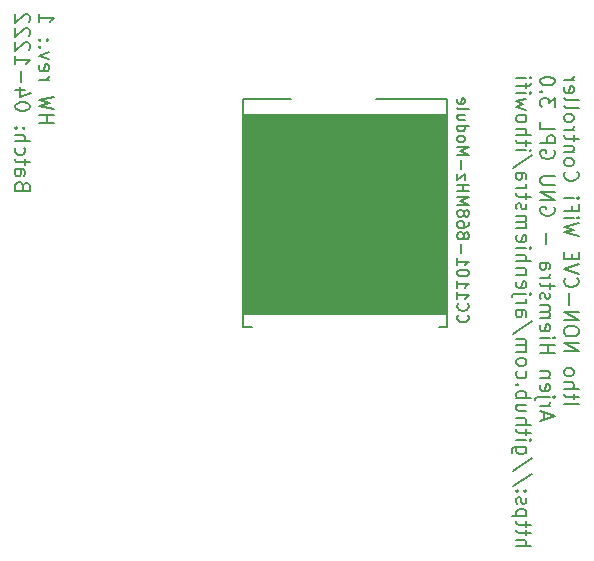
<source format=gbo>
G04 #@! TF.GenerationSoftware,KiCad,Pcbnew,(6.0.1-0)*
G04 #@! TF.CreationDate,2022-03-22T23:13:11+01:00*
G04 #@! TF.ProjectId,ithowifi_4l,6974686f-7769-4666-995f-346c2e6b6963,rev?*
G04 #@! TF.SameCoordinates,Original*
G04 #@! TF.FileFunction,Legend,Bot*
G04 #@! TF.FilePolarity,Positive*
%FSLAX46Y46*%
G04 Gerber Fmt 4.6, Leading zero omitted, Abs format (unit mm)*
G04 Created by KiCad (PCBNEW (6.0.1-0)) date 2022-03-22 23:13:11*
%MOMM*%
%LPD*%
G01*
G04 APERTURE LIST*
%ADD10C,0.100000*%
%ADD11C,0.200000*%
%ADD12C,0.150000*%
G04 APERTURE END LIST*
D10*
X103202000Y-135417558D02*
X85955400Y-135417558D01*
X85955400Y-135417558D02*
X85930000Y-118450358D01*
X85930000Y-118450358D02*
X103202000Y-118450358D01*
X103202000Y-118450358D02*
X103202000Y-135417558D01*
G36*
X103202000Y-135417558D02*
G01*
X85955400Y-135417558D01*
X85930000Y-118450358D01*
X103202000Y-118450358D01*
X103202000Y-135417558D01*
G37*
X103202000Y-135417558D02*
X85955400Y-135417558D01*
X85930000Y-118450358D01*
X103202000Y-118450358D01*
X103202000Y-135417558D01*
D11*
X113075393Y-143011000D02*
X114321393Y-143011000D01*
X113906060Y-142595666D02*
X113906060Y-142121000D01*
X114321393Y-142417666D02*
X113253393Y-142417666D01*
X113134726Y-142358333D01*
X113075393Y-142239666D01*
X113075393Y-142121000D01*
X113075393Y-141705666D02*
X114321393Y-141705666D01*
X113075393Y-141171666D02*
X113728060Y-141171666D01*
X113846726Y-141231000D01*
X113906060Y-141349666D01*
X113906060Y-141527666D01*
X113846726Y-141646333D01*
X113787393Y-141705666D01*
X113075393Y-140400333D02*
X113134726Y-140519000D01*
X113194060Y-140578333D01*
X113312726Y-140637666D01*
X113668726Y-140637666D01*
X113787393Y-140578333D01*
X113846726Y-140519000D01*
X113906060Y-140400333D01*
X113906060Y-140222333D01*
X113846726Y-140103666D01*
X113787393Y-140044333D01*
X113668726Y-139985000D01*
X113312726Y-139985000D01*
X113194060Y-140044333D01*
X113134726Y-140103666D01*
X113075393Y-140222333D01*
X113075393Y-140400333D01*
X113075393Y-138501666D02*
X114321393Y-138501666D01*
X113075393Y-137789666D01*
X114321393Y-137789666D01*
X114321393Y-136959000D02*
X114321393Y-136721666D01*
X114262060Y-136603000D01*
X114143393Y-136484333D01*
X113906060Y-136425000D01*
X113490726Y-136425000D01*
X113253393Y-136484333D01*
X113134726Y-136603000D01*
X113075393Y-136721666D01*
X113075393Y-136959000D01*
X113134726Y-137077666D01*
X113253393Y-137196333D01*
X113490726Y-137255666D01*
X113906060Y-137255666D01*
X114143393Y-137196333D01*
X114262060Y-137077666D01*
X114321393Y-136959000D01*
X113075393Y-135891000D02*
X114321393Y-135891000D01*
X113075393Y-135179000D01*
X114321393Y-135179000D01*
X113550060Y-134585666D02*
X113550060Y-133636333D01*
X113194060Y-132331000D02*
X113134726Y-132390333D01*
X113075393Y-132568333D01*
X113075393Y-132687000D01*
X113134726Y-132865000D01*
X113253393Y-132983666D01*
X113372060Y-133043000D01*
X113609393Y-133102333D01*
X113787393Y-133102333D01*
X114024726Y-133043000D01*
X114143393Y-132983666D01*
X114262060Y-132865000D01*
X114321393Y-132687000D01*
X114321393Y-132568333D01*
X114262060Y-132390333D01*
X114202726Y-132331000D01*
X114321393Y-131975000D02*
X113075393Y-131559666D01*
X114321393Y-131144333D01*
X113728060Y-130729000D02*
X113728060Y-130313666D01*
X113075393Y-130135666D02*
X113075393Y-130729000D01*
X114321393Y-130729000D01*
X114321393Y-130135666D01*
X114321393Y-128771000D02*
X113075393Y-128474333D01*
X113965393Y-128237000D01*
X113075393Y-127999666D01*
X114321393Y-127703000D01*
X113075393Y-127228333D02*
X113906060Y-127228333D01*
X114321393Y-127228333D02*
X114262060Y-127287666D01*
X114202726Y-127228333D01*
X114262060Y-127169000D01*
X114321393Y-127228333D01*
X114202726Y-127228333D01*
X113728060Y-126219666D02*
X113728060Y-126635000D01*
X113075393Y-126635000D02*
X114321393Y-126635000D01*
X114321393Y-126041666D01*
X113075393Y-125567000D02*
X113906060Y-125567000D01*
X114321393Y-125567000D02*
X114262060Y-125626333D01*
X114202726Y-125567000D01*
X114262060Y-125507666D01*
X114321393Y-125567000D01*
X114202726Y-125567000D01*
X113194060Y-123312333D02*
X113134726Y-123371666D01*
X113075393Y-123549666D01*
X113075393Y-123668333D01*
X113134726Y-123846333D01*
X113253393Y-123965000D01*
X113372060Y-124024333D01*
X113609393Y-124083666D01*
X113787393Y-124083666D01*
X114024726Y-124024333D01*
X114143393Y-123965000D01*
X114262060Y-123846333D01*
X114321393Y-123668333D01*
X114321393Y-123549666D01*
X114262060Y-123371666D01*
X114202726Y-123312333D01*
X113075393Y-122600333D02*
X113134726Y-122719000D01*
X113194060Y-122778333D01*
X113312726Y-122837666D01*
X113668726Y-122837666D01*
X113787393Y-122778333D01*
X113846726Y-122719000D01*
X113906060Y-122600333D01*
X113906060Y-122422333D01*
X113846726Y-122303666D01*
X113787393Y-122244333D01*
X113668726Y-122185000D01*
X113312726Y-122185000D01*
X113194060Y-122244333D01*
X113134726Y-122303666D01*
X113075393Y-122422333D01*
X113075393Y-122600333D01*
X113906060Y-121651000D02*
X113075393Y-121651000D01*
X113787393Y-121651000D02*
X113846726Y-121591666D01*
X113906060Y-121473000D01*
X113906060Y-121295000D01*
X113846726Y-121176333D01*
X113728060Y-121117000D01*
X113075393Y-121117000D01*
X113906060Y-120701666D02*
X113906060Y-120227000D01*
X114321393Y-120523666D02*
X113253393Y-120523666D01*
X113134726Y-120464333D01*
X113075393Y-120345666D01*
X113075393Y-120227000D01*
X113075393Y-119811666D02*
X113906060Y-119811666D01*
X113668726Y-119811666D02*
X113787393Y-119752333D01*
X113846726Y-119693000D01*
X113906060Y-119574333D01*
X113906060Y-119455666D01*
X113075393Y-118862333D02*
X113134726Y-118981000D01*
X113194060Y-119040333D01*
X113312726Y-119099666D01*
X113668726Y-119099666D01*
X113787393Y-119040333D01*
X113846726Y-118981000D01*
X113906060Y-118862333D01*
X113906060Y-118684333D01*
X113846726Y-118565666D01*
X113787393Y-118506333D01*
X113668726Y-118447000D01*
X113312726Y-118447000D01*
X113194060Y-118506333D01*
X113134726Y-118565666D01*
X113075393Y-118684333D01*
X113075393Y-118862333D01*
X113075393Y-117735000D02*
X113134726Y-117853666D01*
X113253393Y-117913000D01*
X114321393Y-117913000D01*
X113075393Y-117082333D02*
X113134726Y-117201000D01*
X113253393Y-117260333D01*
X114321393Y-117260333D01*
X113134726Y-116133000D02*
X113075393Y-116251666D01*
X113075393Y-116489000D01*
X113134726Y-116607666D01*
X113253393Y-116667000D01*
X113728060Y-116667000D01*
X113846726Y-116607666D01*
X113906060Y-116489000D01*
X113906060Y-116251666D01*
X113846726Y-116133000D01*
X113728060Y-116073666D01*
X113609393Y-116073666D01*
X113490726Y-116667000D01*
X113075393Y-115539666D02*
X113906060Y-115539666D01*
X113668726Y-115539666D02*
X113787393Y-115480333D01*
X113846726Y-115421000D01*
X113906060Y-115302333D01*
X113906060Y-115183666D01*
X111425333Y-144316333D02*
X111425333Y-143723000D01*
X111069333Y-144435000D02*
X112315333Y-144019666D01*
X111069333Y-143604333D01*
X111069333Y-143189000D02*
X111900000Y-143189000D01*
X111662666Y-143189000D02*
X111781333Y-143129666D01*
X111840666Y-143070333D01*
X111900000Y-142951666D01*
X111900000Y-142833000D01*
X111900000Y-142417666D02*
X110832000Y-142417666D01*
X110713333Y-142477000D01*
X110654000Y-142595666D01*
X110654000Y-142655000D01*
X112315333Y-142417666D02*
X112256000Y-142477000D01*
X112196666Y-142417666D01*
X112256000Y-142358333D01*
X112315333Y-142417666D01*
X112196666Y-142417666D01*
X111128666Y-141349666D02*
X111069333Y-141468333D01*
X111069333Y-141705666D01*
X111128666Y-141824333D01*
X111247333Y-141883666D01*
X111722000Y-141883666D01*
X111840666Y-141824333D01*
X111900000Y-141705666D01*
X111900000Y-141468333D01*
X111840666Y-141349666D01*
X111722000Y-141290333D01*
X111603333Y-141290333D01*
X111484666Y-141883666D01*
X111900000Y-140756333D02*
X111069333Y-140756333D01*
X111781333Y-140756333D02*
X111840666Y-140697000D01*
X111900000Y-140578333D01*
X111900000Y-140400333D01*
X111840666Y-140281666D01*
X111722000Y-140222333D01*
X111069333Y-140222333D01*
X111069333Y-138679666D02*
X112315333Y-138679666D01*
X111722000Y-138679666D02*
X111722000Y-137967666D01*
X111069333Y-137967666D02*
X112315333Y-137967666D01*
X111069333Y-137374333D02*
X111900000Y-137374333D01*
X112315333Y-137374333D02*
X112256000Y-137433666D01*
X112196666Y-137374333D01*
X112256000Y-137315000D01*
X112315333Y-137374333D01*
X112196666Y-137374333D01*
X111128666Y-136306333D02*
X111069333Y-136425000D01*
X111069333Y-136662333D01*
X111128666Y-136781000D01*
X111247333Y-136840333D01*
X111722000Y-136840333D01*
X111840666Y-136781000D01*
X111900000Y-136662333D01*
X111900000Y-136425000D01*
X111840666Y-136306333D01*
X111722000Y-136247000D01*
X111603333Y-136247000D01*
X111484666Y-136840333D01*
X111069333Y-135713000D02*
X111900000Y-135713000D01*
X111781333Y-135713000D02*
X111840666Y-135653666D01*
X111900000Y-135535000D01*
X111900000Y-135357000D01*
X111840666Y-135238333D01*
X111722000Y-135179000D01*
X111069333Y-135179000D01*
X111722000Y-135179000D02*
X111840666Y-135119666D01*
X111900000Y-135001000D01*
X111900000Y-134823000D01*
X111840666Y-134704333D01*
X111722000Y-134645000D01*
X111069333Y-134645000D01*
X111128666Y-134111000D02*
X111069333Y-133992333D01*
X111069333Y-133755000D01*
X111128666Y-133636333D01*
X111247333Y-133577000D01*
X111306666Y-133577000D01*
X111425333Y-133636333D01*
X111484666Y-133755000D01*
X111484666Y-133933000D01*
X111544000Y-134051666D01*
X111662666Y-134111000D01*
X111722000Y-134111000D01*
X111840666Y-134051666D01*
X111900000Y-133933000D01*
X111900000Y-133755000D01*
X111840666Y-133636333D01*
X111900000Y-133221000D02*
X111900000Y-132746333D01*
X112315333Y-133043000D02*
X111247333Y-133043000D01*
X111128666Y-132983666D01*
X111069333Y-132865000D01*
X111069333Y-132746333D01*
X111069333Y-132331000D02*
X111900000Y-132331000D01*
X111662666Y-132331000D02*
X111781333Y-132271666D01*
X111840666Y-132212333D01*
X111900000Y-132093666D01*
X111900000Y-131975000D01*
X111069333Y-131025666D02*
X111722000Y-131025666D01*
X111840666Y-131085000D01*
X111900000Y-131203666D01*
X111900000Y-131441000D01*
X111840666Y-131559666D01*
X111128666Y-131025666D02*
X111069333Y-131144333D01*
X111069333Y-131441000D01*
X111128666Y-131559666D01*
X111247333Y-131619000D01*
X111366000Y-131619000D01*
X111484666Y-131559666D01*
X111544000Y-131441000D01*
X111544000Y-131144333D01*
X111603333Y-131025666D01*
X111544000Y-129483000D02*
X111544000Y-128533666D01*
X112256000Y-126338333D02*
X112315333Y-126457000D01*
X112315333Y-126635000D01*
X112256000Y-126813000D01*
X112137333Y-126931666D01*
X112018666Y-126991000D01*
X111781333Y-127050333D01*
X111603333Y-127050333D01*
X111366000Y-126991000D01*
X111247333Y-126931666D01*
X111128666Y-126813000D01*
X111069333Y-126635000D01*
X111069333Y-126516333D01*
X111128666Y-126338333D01*
X111188000Y-126279000D01*
X111603333Y-126279000D01*
X111603333Y-126516333D01*
X111069333Y-125745000D02*
X112315333Y-125745000D01*
X111069333Y-125033000D01*
X112315333Y-125033000D01*
X112315333Y-124439666D02*
X111306666Y-124439666D01*
X111188000Y-124380333D01*
X111128666Y-124321000D01*
X111069333Y-124202333D01*
X111069333Y-123965000D01*
X111128666Y-123846333D01*
X111188000Y-123787000D01*
X111306666Y-123727666D01*
X112315333Y-123727666D01*
X112256000Y-121532333D02*
X112315333Y-121651000D01*
X112315333Y-121829000D01*
X112256000Y-122007000D01*
X112137333Y-122125666D01*
X112018666Y-122185000D01*
X111781333Y-122244333D01*
X111603333Y-122244333D01*
X111366000Y-122185000D01*
X111247333Y-122125666D01*
X111128666Y-122007000D01*
X111069333Y-121829000D01*
X111069333Y-121710333D01*
X111128666Y-121532333D01*
X111188000Y-121473000D01*
X111603333Y-121473000D01*
X111603333Y-121710333D01*
X111069333Y-120939000D02*
X112315333Y-120939000D01*
X112315333Y-120464333D01*
X112256000Y-120345666D01*
X112196666Y-120286333D01*
X112078000Y-120227000D01*
X111900000Y-120227000D01*
X111781333Y-120286333D01*
X111722000Y-120345666D01*
X111662666Y-120464333D01*
X111662666Y-120939000D01*
X111069333Y-119099666D02*
X111069333Y-119693000D01*
X112315333Y-119693000D01*
X112315333Y-117853666D02*
X112315333Y-117082333D01*
X111840666Y-117497666D01*
X111840666Y-117319666D01*
X111781333Y-117201000D01*
X111722000Y-117141666D01*
X111603333Y-117082333D01*
X111306666Y-117082333D01*
X111188000Y-117141666D01*
X111128666Y-117201000D01*
X111069333Y-117319666D01*
X111069333Y-117675666D01*
X111128666Y-117794333D01*
X111188000Y-117853666D01*
X111188000Y-116548333D02*
X111128666Y-116489000D01*
X111069333Y-116548333D01*
X111128666Y-116607666D01*
X111188000Y-116548333D01*
X111069333Y-116548333D01*
X112315333Y-115717666D02*
X112315333Y-115599000D01*
X112256000Y-115480333D01*
X112196666Y-115421000D01*
X112078000Y-115361666D01*
X111840666Y-115302333D01*
X111544000Y-115302333D01*
X111306666Y-115361666D01*
X111188000Y-115421000D01*
X111128666Y-115480333D01*
X111069333Y-115599000D01*
X111069333Y-115717666D01*
X111128666Y-115836333D01*
X111188000Y-115895666D01*
X111306666Y-115955000D01*
X111544000Y-116014333D01*
X111840666Y-116014333D01*
X112078000Y-115955000D01*
X112196666Y-115895666D01*
X112256000Y-115836333D01*
X112315333Y-115717666D01*
X109063273Y-155055666D02*
X110309273Y-155055666D01*
X109063273Y-154521666D02*
X109715940Y-154521666D01*
X109834606Y-154581000D01*
X109893940Y-154699666D01*
X109893940Y-154877666D01*
X109834606Y-154996333D01*
X109775273Y-155055666D01*
X109893940Y-154106333D02*
X109893940Y-153631666D01*
X110309273Y-153928333D02*
X109241273Y-153928333D01*
X109122606Y-153869000D01*
X109063273Y-153750333D01*
X109063273Y-153631666D01*
X109893940Y-153394333D02*
X109893940Y-152919666D01*
X110309273Y-153216333D02*
X109241273Y-153216333D01*
X109122606Y-153157000D01*
X109063273Y-153038333D01*
X109063273Y-152919666D01*
X109893940Y-152504333D02*
X108647940Y-152504333D01*
X109834606Y-152504333D02*
X109893940Y-152385666D01*
X109893940Y-152148333D01*
X109834606Y-152029666D01*
X109775273Y-151970333D01*
X109656606Y-151911000D01*
X109300606Y-151911000D01*
X109181940Y-151970333D01*
X109122606Y-152029666D01*
X109063273Y-152148333D01*
X109063273Y-152385666D01*
X109122606Y-152504333D01*
X109122606Y-151436333D02*
X109063273Y-151317666D01*
X109063273Y-151080333D01*
X109122606Y-150961666D01*
X109241273Y-150902333D01*
X109300606Y-150902333D01*
X109419273Y-150961666D01*
X109478606Y-151080333D01*
X109478606Y-151258333D01*
X109537940Y-151377000D01*
X109656606Y-151436333D01*
X109715940Y-151436333D01*
X109834606Y-151377000D01*
X109893940Y-151258333D01*
X109893940Y-151080333D01*
X109834606Y-150961666D01*
X109181940Y-150368333D02*
X109122606Y-150309000D01*
X109063273Y-150368333D01*
X109122606Y-150427666D01*
X109181940Y-150368333D01*
X109063273Y-150368333D01*
X109834606Y-150368333D02*
X109775273Y-150309000D01*
X109715940Y-150368333D01*
X109775273Y-150427666D01*
X109834606Y-150368333D01*
X109715940Y-150368333D01*
X110368606Y-148885000D02*
X108766606Y-149953000D01*
X110368606Y-147579666D02*
X108766606Y-148647666D01*
X109893940Y-146630333D02*
X108885273Y-146630333D01*
X108766606Y-146689666D01*
X108707273Y-146749000D01*
X108647940Y-146867666D01*
X108647940Y-147045666D01*
X108707273Y-147164333D01*
X109122606Y-146630333D02*
X109063273Y-146749000D01*
X109063273Y-146986333D01*
X109122606Y-147105000D01*
X109181940Y-147164333D01*
X109300606Y-147223666D01*
X109656606Y-147223666D01*
X109775273Y-147164333D01*
X109834606Y-147105000D01*
X109893940Y-146986333D01*
X109893940Y-146749000D01*
X109834606Y-146630333D01*
X109063273Y-146037000D02*
X109893940Y-146037000D01*
X110309273Y-146037000D02*
X110249940Y-146096333D01*
X110190606Y-146037000D01*
X110249940Y-145977666D01*
X110309273Y-146037000D01*
X110190606Y-146037000D01*
X109893940Y-145621666D02*
X109893940Y-145147000D01*
X110309273Y-145443666D02*
X109241273Y-145443666D01*
X109122606Y-145384333D01*
X109063273Y-145265666D01*
X109063273Y-145147000D01*
X109063273Y-144731666D02*
X110309273Y-144731666D01*
X109063273Y-144197666D02*
X109715940Y-144197666D01*
X109834606Y-144257000D01*
X109893940Y-144375666D01*
X109893940Y-144553666D01*
X109834606Y-144672333D01*
X109775273Y-144731666D01*
X109893940Y-143070333D02*
X109063273Y-143070333D01*
X109893940Y-143604333D02*
X109241273Y-143604333D01*
X109122606Y-143545000D01*
X109063273Y-143426333D01*
X109063273Y-143248333D01*
X109122606Y-143129666D01*
X109181940Y-143070333D01*
X109063273Y-142477000D02*
X110309273Y-142477000D01*
X109834606Y-142477000D02*
X109893940Y-142358333D01*
X109893940Y-142121000D01*
X109834606Y-142002333D01*
X109775273Y-141943000D01*
X109656606Y-141883666D01*
X109300606Y-141883666D01*
X109181940Y-141943000D01*
X109122606Y-142002333D01*
X109063273Y-142121000D01*
X109063273Y-142358333D01*
X109122606Y-142477000D01*
X109181940Y-141349666D02*
X109122606Y-141290333D01*
X109063273Y-141349666D01*
X109122606Y-141409000D01*
X109181940Y-141349666D01*
X109063273Y-141349666D01*
X109122606Y-140222333D02*
X109063273Y-140341000D01*
X109063273Y-140578333D01*
X109122606Y-140697000D01*
X109181940Y-140756333D01*
X109300606Y-140815666D01*
X109656606Y-140815666D01*
X109775273Y-140756333D01*
X109834606Y-140697000D01*
X109893940Y-140578333D01*
X109893940Y-140341000D01*
X109834606Y-140222333D01*
X109063273Y-139510333D02*
X109122606Y-139629000D01*
X109181940Y-139688333D01*
X109300606Y-139747666D01*
X109656606Y-139747666D01*
X109775273Y-139688333D01*
X109834606Y-139629000D01*
X109893940Y-139510333D01*
X109893940Y-139332333D01*
X109834606Y-139213666D01*
X109775273Y-139154333D01*
X109656606Y-139095000D01*
X109300606Y-139095000D01*
X109181940Y-139154333D01*
X109122606Y-139213666D01*
X109063273Y-139332333D01*
X109063273Y-139510333D01*
X109063273Y-138561000D02*
X109893940Y-138561000D01*
X109775273Y-138561000D02*
X109834606Y-138501666D01*
X109893940Y-138383000D01*
X109893940Y-138205000D01*
X109834606Y-138086333D01*
X109715940Y-138027000D01*
X109063273Y-138027000D01*
X109715940Y-138027000D02*
X109834606Y-137967666D01*
X109893940Y-137849000D01*
X109893940Y-137671000D01*
X109834606Y-137552333D01*
X109715940Y-137493000D01*
X109063273Y-137493000D01*
X110368606Y-136009666D02*
X108766606Y-137077666D01*
X109063273Y-135060333D02*
X109715940Y-135060333D01*
X109834606Y-135119666D01*
X109893940Y-135238333D01*
X109893940Y-135475666D01*
X109834606Y-135594333D01*
X109122606Y-135060333D02*
X109063273Y-135179000D01*
X109063273Y-135475666D01*
X109122606Y-135594333D01*
X109241273Y-135653666D01*
X109359940Y-135653666D01*
X109478606Y-135594333D01*
X109537940Y-135475666D01*
X109537940Y-135179000D01*
X109597273Y-135060333D01*
X109063273Y-134467000D02*
X109893940Y-134467000D01*
X109656606Y-134467000D02*
X109775273Y-134407666D01*
X109834606Y-134348333D01*
X109893940Y-134229666D01*
X109893940Y-134111000D01*
X109893940Y-133695666D02*
X108825940Y-133695666D01*
X108707273Y-133755000D01*
X108647940Y-133873666D01*
X108647940Y-133933000D01*
X110309273Y-133695666D02*
X110249940Y-133755000D01*
X110190606Y-133695666D01*
X110249940Y-133636333D01*
X110309273Y-133695666D01*
X110190606Y-133695666D01*
X109122606Y-132627666D02*
X109063273Y-132746333D01*
X109063273Y-132983666D01*
X109122606Y-133102333D01*
X109241273Y-133161666D01*
X109715940Y-133161666D01*
X109834606Y-133102333D01*
X109893940Y-132983666D01*
X109893940Y-132746333D01*
X109834606Y-132627666D01*
X109715940Y-132568333D01*
X109597273Y-132568333D01*
X109478606Y-133161666D01*
X109893940Y-132034333D02*
X109063273Y-132034333D01*
X109775273Y-132034333D02*
X109834606Y-131975000D01*
X109893940Y-131856333D01*
X109893940Y-131678333D01*
X109834606Y-131559666D01*
X109715940Y-131500333D01*
X109063273Y-131500333D01*
X109063273Y-130907000D02*
X110309273Y-130907000D01*
X109063273Y-130373000D02*
X109715940Y-130373000D01*
X109834606Y-130432333D01*
X109893940Y-130551000D01*
X109893940Y-130729000D01*
X109834606Y-130847666D01*
X109775273Y-130907000D01*
X109063273Y-129779666D02*
X109893940Y-129779666D01*
X110309273Y-129779666D02*
X110249940Y-129839000D01*
X110190606Y-129779666D01*
X110249940Y-129720333D01*
X110309273Y-129779666D01*
X110190606Y-129779666D01*
X109122606Y-128711666D02*
X109063273Y-128830333D01*
X109063273Y-129067666D01*
X109122606Y-129186333D01*
X109241273Y-129245666D01*
X109715940Y-129245666D01*
X109834606Y-129186333D01*
X109893940Y-129067666D01*
X109893940Y-128830333D01*
X109834606Y-128711666D01*
X109715940Y-128652333D01*
X109597273Y-128652333D01*
X109478606Y-129245666D01*
X109063273Y-128118333D02*
X109893940Y-128118333D01*
X109775273Y-128118333D02*
X109834606Y-128059000D01*
X109893940Y-127940333D01*
X109893940Y-127762333D01*
X109834606Y-127643666D01*
X109715940Y-127584333D01*
X109063273Y-127584333D01*
X109715940Y-127584333D02*
X109834606Y-127525000D01*
X109893940Y-127406333D01*
X109893940Y-127228333D01*
X109834606Y-127109666D01*
X109715940Y-127050333D01*
X109063273Y-127050333D01*
X109122606Y-126516333D02*
X109063273Y-126397666D01*
X109063273Y-126160333D01*
X109122606Y-126041666D01*
X109241273Y-125982333D01*
X109300606Y-125982333D01*
X109419273Y-126041666D01*
X109478606Y-126160333D01*
X109478606Y-126338333D01*
X109537940Y-126457000D01*
X109656606Y-126516333D01*
X109715940Y-126516333D01*
X109834606Y-126457000D01*
X109893940Y-126338333D01*
X109893940Y-126160333D01*
X109834606Y-126041666D01*
X109893940Y-125626333D02*
X109893940Y-125151666D01*
X110309273Y-125448333D02*
X109241273Y-125448333D01*
X109122606Y-125389000D01*
X109063273Y-125270333D01*
X109063273Y-125151666D01*
X109063273Y-124736333D02*
X109893940Y-124736333D01*
X109656606Y-124736333D02*
X109775273Y-124677000D01*
X109834606Y-124617666D01*
X109893940Y-124499000D01*
X109893940Y-124380333D01*
X109063273Y-123431000D02*
X109715940Y-123431000D01*
X109834606Y-123490333D01*
X109893940Y-123609000D01*
X109893940Y-123846333D01*
X109834606Y-123965000D01*
X109122606Y-123431000D02*
X109063273Y-123549666D01*
X109063273Y-123846333D01*
X109122606Y-123965000D01*
X109241273Y-124024333D01*
X109359940Y-124024333D01*
X109478606Y-123965000D01*
X109537940Y-123846333D01*
X109537940Y-123549666D01*
X109597273Y-123431000D01*
X110368606Y-121947666D02*
X108766606Y-123015666D01*
X109063273Y-121532333D02*
X109893940Y-121532333D01*
X110309273Y-121532333D02*
X110249940Y-121591666D01*
X110190606Y-121532333D01*
X110249940Y-121473000D01*
X110309273Y-121532333D01*
X110190606Y-121532333D01*
X109893940Y-121117000D02*
X109893940Y-120642333D01*
X110309273Y-120939000D02*
X109241273Y-120939000D01*
X109122606Y-120879666D01*
X109063273Y-120761000D01*
X109063273Y-120642333D01*
X109063273Y-120227000D02*
X110309273Y-120227000D01*
X109063273Y-119693000D02*
X109715940Y-119693000D01*
X109834606Y-119752333D01*
X109893940Y-119871000D01*
X109893940Y-120049000D01*
X109834606Y-120167666D01*
X109775273Y-120227000D01*
X109063273Y-118921666D02*
X109122606Y-119040333D01*
X109181940Y-119099666D01*
X109300606Y-119159000D01*
X109656606Y-119159000D01*
X109775273Y-119099666D01*
X109834606Y-119040333D01*
X109893940Y-118921666D01*
X109893940Y-118743666D01*
X109834606Y-118625000D01*
X109775273Y-118565666D01*
X109656606Y-118506333D01*
X109300606Y-118506333D01*
X109181940Y-118565666D01*
X109122606Y-118625000D01*
X109063273Y-118743666D01*
X109063273Y-118921666D01*
X109893940Y-118091000D02*
X109063273Y-117853666D01*
X109656606Y-117616333D01*
X109063273Y-117379000D01*
X109893940Y-117141666D01*
X109063273Y-116667000D02*
X109893940Y-116667000D01*
X110309273Y-116667000D02*
X110249940Y-116726333D01*
X110190606Y-116667000D01*
X110249940Y-116607666D01*
X110309273Y-116667000D01*
X110190606Y-116667000D01*
X109893940Y-116251666D02*
X109893940Y-115777000D01*
X109063273Y-116073666D02*
X110131273Y-116073666D01*
X110249940Y-116014333D01*
X110309273Y-115895666D01*
X110309273Y-115777000D01*
X109063273Y-115361666D02*
X109893940Y-115361666D01*
X110309273Y-115361666D02*
X110249940Y-115421000D01*
X110190606Y-115361666D01*
X110249940Y-115302333D01*
X110309273Y-115361666D01*
X110190606Y-115361666D01*
X68638363Y-119224333D02*
X69884363Y-119224333D01*
X69291030Y-119224333D02*
X69291030Y-118512333D01*
X68638363Y-118512333D02*
X69884363Y-118512333D01*
X69884363Y-118037666D02*
X68638363Y-117741000D01*
X69528363Y-117503666D01*
X68638363Y-117266333D01*
X69884363Y-116969666D01*
X68638363Y-115545666D02*
X69469030Y-115545666D01*
X69231696Y-115545666D02*
X69350363Y-115486333D01*
X69409696Y-115427000D01*
X69469030Y-115308333D01*
X69469030Y-115189666D01*
X68697696Y-114299666D02*
X68638363Y-114418333D01*
X68638363Y-114655666D01*
X68697696Y-114774333D01*
X68816363Y-114833666D01*
X69291030Y-114833666D01*
X69409696Y-114774333D01*
X69469030Y-114655666D01*
X69469030Y-114418333D01*
X69409696Y-114299666D01*
X69291030Y-114240333D01*
X69172363Y-114240333D01*
X69053696Y-114833666D01*
X69469030Y-113825000D02*
X68638363Y-113528333D01*
X69469030Y-113231666D01*
X68757030Y-112757000D02*
X68697696Y-112697666D01*
X68638363Y-112757000D01*
X68697696Y-112816333D01*
X68757030Y-112757000D01*
X68638363Y-112757000D01*
X68757030Y-112163666D02*
X68697696Y-112104333D01*
X68638363Y-112163666D01*
X68697696Y-112223000D01*
X68757030Y-112163666D01*
X68638363Y-112163666D01*
X69409696Y-112163666D02*
X69350363Y-112104333D01*
X69291030Y-112163666D01*
X69350363Y-112223000D01*
X69409696Y-112163666D01*
X69291030Y-112163666D01*
X68638363Y-109968333D02*
X68638363Y-110680333D01*
X68638363Y-110324333D02*
X69884363Y-110324333D01*
X69706363Y-110443000D01*
X69587696Y-110561666D01*
X69528363Y-110680333D01*
X67284970Y-124505000D02*
X67225636Y-124327000D01*
X67166303Y-124267666D01*
X67047636Y-124208333D01*
X66869636Y-124208333D01*
X66750970Y-124267666D01*
X66691636Y-124327000D01*
X66632303Y-124445666D01*
X66632303Y-124920333D01*
X67878303Y-124920333D01*
X67878303Y-124505000D01*
X67818970Y-124386333D01*
X67759636Y-124327000D01*
X67640970Y-124267666D01*
X67522303Y-124267666D01*
X67403636Y-124327000D01*
X67344303Y-124386333D01*
X67284970Y-124505000D01*
X67284970Y-124920333D01*
X66632303Y-123140333D02*
X67284970Y-123140333D01*
X67403636Y-123199666D01*
X67462970Y-123318333D01*
X67462970Y-123555666D01*
X67403636Y-123674333D01*
X66691636Y-123140333D02*
X66632303Y-123259000D01*
X66632303Y-123555666D01*
X66691636Y-123674333D01*
X66810303Y-123733666D01*
X66928970Y-123733666D01*
X67047636Y-123674333D01*
X67106970Y-123555666D01*
X67106970Y-123259000D01*
X67166303Y-123140333D01*
X67462970Y-122725000D02*
X67462970Y-122250333D01*
X67878303Y-122547000D02*
X66810303Y-122547000D01*
X66691636Y-122487666D01*
X66632303Y-122369000D01*
X66632303Y-122250333D01*
X66691636Y-121301000D02*
X66632303Y-121419666D01*
X66632303Y-121657000D01*
X66691636Y-121775666D01*
X66750970Y-121835000D01*
X66869636Y-121894333D01*
X67225636Y-121894333D01*
X67344303Y-121835000D01*
X67403636Y-121775666D01*
X67462970Y-121657000D01*
X67462970Y-121419666D01*
X67403636Y-121301000D01*
X66632303Y-120767000D02*
X67878303Y-120767000D01*
X66632303Y-120233000D02*
X67284970Y-120233000D01*
X67403636Y-120292333D01*
X67462970Y-120411000D01*
X67462970Y-120589000D01*
X67403636Y-120707666D01*
X67344303Y-120767000D01*
X66750970Y-119639666D02*
X66691636Y-119580333D01*
X66632303Y-119639666D01*
X66691636Y-119699000D01*
X66750970Y-119639666D01*
X66632303Y-119639666D01*
X67403636Y-119639666D02*
X67344303Y-119580333D01*
X67284970Y-119639666D01*
X67344303Y-119699000D01*
X67403636Y-119639666D01*
X67284970Y-119639666D01*
X67878303Y-117859666D02*
X67878303Y-117741000D01*
X67818970Y-117622333D01*
X67759636Y-117563000D01*
X67640970Y-117503666D01*
X67403636Y-117444333D01*
X67106970Y-117444333D01*
X66869636Y-117503666D01*
X66750970Y-117563000D01*
X66691636Y-117622333D01*
X66632303Y-117741000D01*
X66632303Y-117859666D01*
X66691636Y-117978333D01*
X66750970Y-118037666D01*
X66869636Y-118097000D01*
X67106970Y-118156333D01*
X67403636Y-118156333D01*
X67640970Y-118097000D01*
X67759636Y-118037666D01*
X67818970Y-117978333D01*
X67878303Y-117859666D01*
X67462970Y-116376333D02*
X66632303Y-116376333D01*
X67937636Y-116673000D02*
X67047636Y-116969666D01*
X67047636Y-116198333D01*
X67106970Y-115723666D02*
X67106970Y-114774333D01*
X66632303Y-113528333D02*
X66632303Y-114240333D01*
X66632303Y-113884333D02*
X67878303Y-113884333D01*
X67700303Y-114003000D01*
X67581636Y-114121666D01*
X67522303Y-114240333D01*
X67759636Y-113053666D02*
X67818970Y-112994333D01*
X67878303Y-112875666D01*
X67878303Y-112579000D01*
X67818970Y-112460333D01*
X67759636Y-112401000D01*
X67640970Y-112341666D01*
X67522303Y-112341666D01*
X67344303Y-112401000D01*
X66632303Y-113113000D01*
X66632303Y-112341666D01*
X67759636Y-111867000D02*
X67818970Y-111807666D01*
X67878303Y-111689000D01*
X67878303Y-111392333D01*
X67818970Y-111273666D01*
X67759636Y-111214333D01*
X67640970Y-111155000D01*
X67522303Y-111155000D01*
X67344303Y-111214333D01*
X66632303Y-111926333D01*
X66632303Y-111155000D01*
X67759636Y-110680333D02*
X67818970Y-110621000D01*
X67878303Y-110502333D01*
X67878303Y-110205666D01*
X67818970Y-110087000D01*
X67759636Y-110027666D01*
X67640970Y-109968333D01*
X67522303Y-109968333D01*
X67344303Y-110027666D01*
X66632303Y-110739666D01*
X66632303Y-109968333D01*
D12*
X104118848Y-135474298D02*
X104071229Y-135521917D01*
X104023610Y-135664774D01*
X104023610Y-135760012D01*
X104071229Y-135902869D01*
X104166467Y-135998107D01*
X104261705Y-136045726D01*
X104452181Y-136093346D01*
X104595038Y-136093346D01*
X104785514Y-136045726D01*
X104880752Y-135998107D01*
X104975991Y-135902869D01*
X105023610Y-135760012D01*
X105023610Y-135664774D01*
X104975991Y-135521917D01*
X104928371Y-135474298D01*
X104118848Y-134474298D02*
X104071229Y-134521917D01*
X104023610Y-134664774D01*
X104023610Y-134760012D01*
X104071229Y-134902869D01*
X104166467Y-134998107D01*
X104261705Y-135045726D01*
X104452181Y-135093346D01*
X104595038Y-135093346D01*
X104785514Y-135045726D01*
X104880752Y-134998107D01*
X104975991Y-134902869D01*
X105023610Y-134760012D01*
X105023610Y-134664774D01*
X104975991Y-134521917D01*
X104928371Y-134474298D01*
X104023610Y-133521917D02*
X104023610Y-134093346D01*
X104023610Y-133807631D02*
X105023610Y-133807631D01*
X104880752Y-133902869D01*
X104785514Y-133998107D01*
X104737895Y-134093346D01*
X104023610Y-132569536D02*
X104023610Y-133140965D01*
X104023610Y-132855250D02*
X105023610Y-132855250D01*
X104880752Y-132950488D01*
X104785514Y-133045726D01*
X104737895Y-133140965D01*
X105023610Y-131950488D02*
X105023610Y-131855250D01*
X104975991Y-131760012D01*
X104928371Y-131712393D01*
X104833133Y-131664774D01*
X104642657Y-131617155D01*
X104404562Y-131617155D01*
X104214086Y-131664774D01*
X104118848Y-131712393D01*
X104071229Y-131760012D01*
X104023610Y-131855250D01*
X104023610Y-131950488D01*
X104071229Y-132045726D01*
X104118848Y-132093346D01*
X104214086Y-132140965D01*
X104404562Y-132188584D01*
X104642657Y-132188584D01*
X104833133Y-132140965D01*
X104928371Y-132093346D01*
X104975991Y-132045726D01*
X105023610Y-131950488D01*
X104023610Y-130664774D02*
X104023610Y-131236203D01*
X104023610Y-130950488D02*
X105023610Y-130950488D01*
X104880752Y-131045726D01*
X104785514Y-131140965D01*
X104737895Y-131236203D01*
X104404562Y-130236203D02*
X104404562Y-129474298D01*
X104595038Y-128855250D02*
X104642657Y-128950488D01*
X104690276Y-128998107D01*
X104785514Y-129045726D01*
X104833133Y-129045726D01*
X104928371Y-128998107D01*
X104975991Y-128950488D01*
X105023610Y-128855250D01*
X105023610Y-128664774D01*
X104975991Y-128569536D01*
X104928371Y-128521917D01*
X104833133Y-128474298D01*
X104785514Y-128474298D01*
X104690276Y-128521917D01*
X104642657Y-128569536D01*
X104595038Y-128664774D01*
X104595038Y-128855250D01*
X104547419Y-128950488D01*
X104499800Y-128998107D01*
X104404562Y-129045726D01*
X104214086Y-129045726D01*
X104118848Y-128998107D01*
X104071229Y-128950488D01*
X104023610Y-128855250D01*
X104023610Y-128664774D01*
X104071229Y-128569536D01*
X104118848Y-128521917D01*
X104214086Y-128474298D01*
X104404562Y-128474298D01*
X104499800Y-128521917D01*
X104547419Y-128569536D01*
X104595038Y-128664774D01*
X105023610Y-127617155D02*
X105023610Y-127807631D01*
X104975991Y-127902869D01*
X104928371Y-127950488D01*
X104785514Y-128045726D01*
X104595038Y-128093346D01*
X104214086Y-128093346D01*
X104118848Y-128045726D01*
X104071229Y-127998107D01*
X104023610Y-127902869D01*
X104023610Y-127712393D01*
X104071229Y-127617155D01*
X104118848Y-127569536D01*
X104214086Y-127521917D01*
X104452181Y-127521917D01*
X104547419Y-127569536D01*
X104595038Y-127617155D01*
X104642657Y-127712393D01*
X104642657Y-127902869D01*
X104595038Y-127998107D01*
X104547419Y-128045726D01*
X104452181Y-128093346D01*
X104595038Y-126950488D02*
X104642657Y-127045726D01*
X104690276Y-127093346D01*
X104785514Y-127140965D01*
X104833133Y-127140965D01*
X104928371Y-127093346D01*
X104975991Y-127045726D01*
X105023610Y-126950488D01*
X105023610Y-126760012D01*
X104975991Y-126664774D01*
X104928371Y-126617155D01*
X104833133Y-126569536D01*
X104785514Y-126569536D01*
X104690276Y-126617155D01*
X104642657Y-126664774D01*
X104595038Y-126760012D01*
X104595038Y-126950488D01*
X104547419Y-127045726D01*
X104499800Y-127093346D01*
X104404562Y-127140965D01*
X104214086Y-127140965D01*
X104118848Y-127093346D01*
X104071229Y-127045726D01*
X104023610Y-126950488D01*
X104023610Y-126760012D01*
X104071229Y-126664774D01*
X104118848Y-126617155D01*
X104214086Y-126569536D01*
X104404562Y-126569536D01*
X104499800Y-126617155D01*
X104547419Y-126664774D01*
X104595038Y-126760012D01*
X104023610Y-126140965D02*
X105023610Y-126140965D01*
X104309324Y-125807631D01*
X105023610Y-125474298D01*
X104023610Y-125474298D01*
X104023610Y-124998107D02*
X105023610Y-124998107D01*
X104547419Y-124998107D02*
X104547419Y-124426679D01*
X104023610Y-124426679D02*
X105023610Y-124426679D01*
X104690276Y-124045726D02*
X104690276Y-123521917D01*
X104023610Y-124045726D01*
X104023610Y-123521917D01*
X104404562Y-123140965D02*
X104404562Y-122379060D01*
X104023610Y-121902869D02*
X105023610Y-121902869D01*
X104309324Y-121569536D01*
X105023610Y-121236203D01*
X104023610Y-121236203D01*
X104023610Y-120617155D02*
X104071229Y-120712393D01*
X104118848Y-120760012D01*
X104214086Y-120807631D01*
X104499800Y-120807631D01*
X104595038Y-120760012D01*
X104642657Y-120712393D01*
X104690276Y-120617155D01*
X104690276Y-120474298D01*
X104642657Y-120379060D01*
X104595038Y-120331441D01*
X104499800Y-120283822D01*
X104214086Y-120283822D01*
X104118848Y-120331441D01*
X104071229Y-120379060D01*
X104023610Y-120474298D01*
X104023610Y-120617155D01*
X104023610Y-119426679D02*
X105023610Y-119426679D01*
X104071229Y-119426679D02*
X104023610Y-119521917D01*
X104023610Y-119712393D01*
X104071229Y-119807631D01*
X104118848Y-119855250D01*
X104214086Y-119902869D01*
X104499800Y-119902869D01*
X104595038Y-119855250D01*
X104642657Y-119807631D01*
X104690276Y-119712393D01*
X104690276Y-119521917D01*
X104642657Y-119426679D01*
X104690276Y-118521917D02*
X104023610Y-118521917D01*
X104690276Y-118950488D02*
X104166467Y-118950488D01*
X104071229Y-118902869D01*
X104023610Y-118807631D01*
X104023610Y-118664774D01*
X104071229Y-118569536D01*
X104118848Y-118521917D01*
X104023610Y-117902869D02*
X104071229Y-117998107D01*
X104166467Y-118045726D01*
X105023610Y-118045726D01*
X104071229Y-117140965D02*
X104023610Y-117236203D01*
X104023610Y-117426679D01*
X104071229Y-117521917D01*
X104166467Y-117569536D01*
X104547419Y-117569536D01*
X104642657Y-117521917D01*
X104690276Y-117426679D01*
X104690276Y-117236203D01*
X104642657Y-117140965D01*
X104547419Y-117093346D01*
X104452181Y-117093346D01*
X104356943Y-117569536D01*
X102470000Y-136497358D02*
X103220000Y-136497358D01*
X103220000Y-117197358D02*
X97195000Y-117197358D01*
X103220000Y-136497358D02*
X103220000Y-117197358D01*
X89945000Y-117197358D02*
X85920000Y-117197358D01*
X85920000Y-136497358D02*
X86670000Y-136497358D01*
X85920000Y-117197358D02*
X85920000Y-136497358D01*
M02*

</source>
